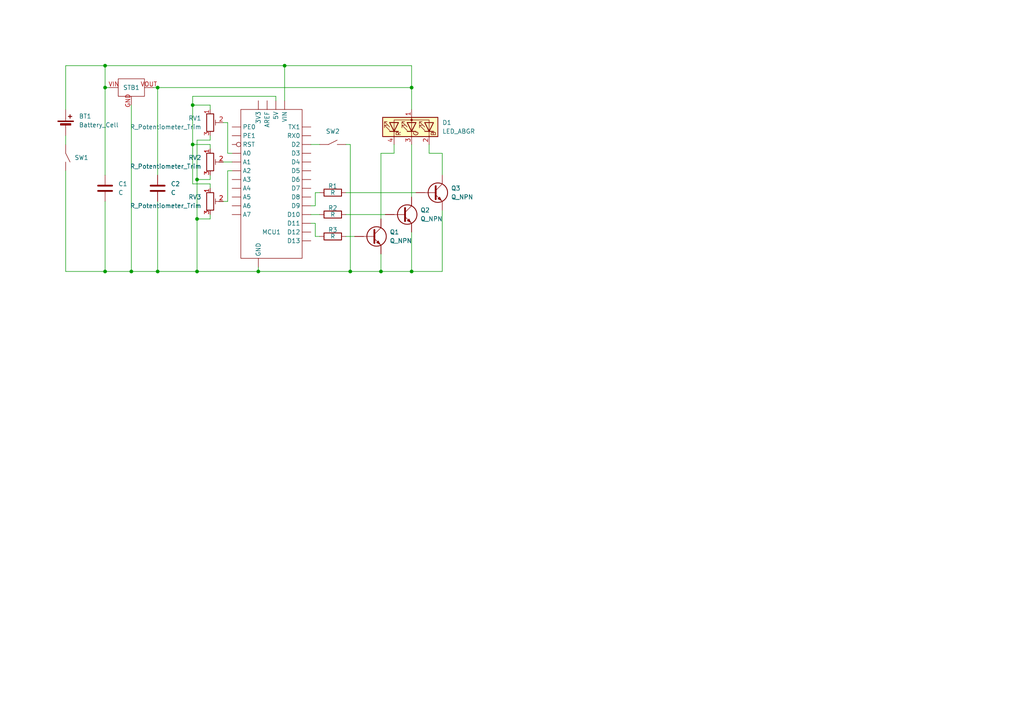
<source format=kicad_sch>
(kicad_sch (version 20250114) (generator "eeschema") (generator_version "9.0")
  (paper "A4")
  (lib_symbols
    (symbol "Device:Battery_Cell" (pin_numbers (hide yes)) (pin_names (offset 0) (hide yes))
      (property "Reference" "BT" (at 2.54 2.54 0))
      (property "Value" "Battery_Cell" (at 2.54 0 0))
      (symbol "Battery_Cell_0_1"
        (rectangle (start -2.286 1.778) (end 2.286 1.524) (fill (type outline)))
        (rectangle (start -1.524 1.016) (end 1.524 0.508) (fill (type outline)))
        (polyline (pts (xy 0 1.778) (xy 0 2.54)))
        (polyline (pts (xy 0 0.762) (xy 0 0)))
        (polyline (pts (xy 0.762 3.048) (xy 1.778 3.048)) (stroke (width 0.254)))
        (polyline (pts (xy 1.27 3.556) (xy 1.27 2.54)) (stroke (width 0.254)))
      )
      (symbol "Battery_Cell_1_1"
        (pin passive line (at 0 5.08 270) (length 2.54) (name "+") (number "1"))
        (pin passive line (at 0 -2.54 90) (length 2.54) (name "-") (number "2"))
      )
    )
    (symbol "Device:C" (pin_numbers (hide yes)) (pin_names (offset 0.254))
      (property "Reference" "C" (at 0.635 2.54 0))
      (property "Value" "C" (at 0.635 -2.54 0))
      (symbol "C_0_1"
        (polyline (pts (xy -2.032 0.762) (xy 2.032 0.762)) (stroke (width 0.508)))
        (polyline (pts (xy -2.032 -0.762) (xy 2.032 -0.762)) (stroke (width 0.508)))
      )
      (symbol "C_1_1"
        (pin passive line (at 0 3.81 270) (length 2.794) (name "~") (number "1"))
        (pin passive line (at 0 -3.81 90) (length 2.794) (name "~") (number "2"))
      )
    )
    (symbol "Device:LED_ABGR" (pin_names (offset 0) (hide yes))
      (property "Reference" "D" (at 0 9.398 0))
      (property "Value" "LED_ABGR" (at 0 -8.89 0))
      (symbol "LED_ABGR_0_0"
        (text "R" (at -1.905 3.81 0) (effects (font (size 1.27 1.27))))
        (text "G" (at -1.905 -1.27 0) (effects (font (size 1.27 1.27))))
        (text "B" (at -1.905 -6.35 0) (effects (font (size 1.27 1.27))))
      )
      (symbol "LED_ABGR_0_1"
        (polyline (pts (xy -1.27 6.35) (xy -1.27 3.81)) (stroke (width 0.254)))
        (polyline (pts (xy -1.27 6.35) (xy -1.27 3.81) (xy -1.27 3.81)))
        (polyline (pts (xy -1.27 5.08) (xy -2.54 5.08)))
        (polyline (pts (xy -1.27 5.08) (xy 1.27 5.08)))
        (polyline (pts (xy -1.27 1.27) (xy -1.27 -1.27)) (stroke (width 0.254)))
        (polyline (pts (xy -1.27 1.27) (xy -1.27 -1.27) (xy -1.27 -1.27)))
        (polyline (pts (xy -1.27 0) (xy -2.54 0)))
        (polyline (pts (xy -1.27 -3.81) (xy -1.27 -6.35)) (stroke (width 0.254)))
        (polyline (pts (xy -1.27 -5.08) (xy -2.54 -5.08)))
        (polyline (pts (xy -1.27 -5.08) (xy 1.27 -5.08)))
        (polyline (pts (xy -1.016 6.35) (xy 0.508 7.874) (xy -0.254 7.874) (xy 0.508 7.874) (xy 0.508 7.112)))
        (polyline (pts (xy -1.016 1.27) (xy 0.508 2.794) (xy -0.254 2.794) (xy 0.508 2.794) (xy 0.508 2.032)))
        (polyline (pts (xy -1.016 -3.81) (xy 0.508 -2.286) (xy -0.254 -2.286) (xy 0.508 -2.286) (xy 0.508 -3.048)))
        (polyline (pts (xy 0 6.35) (xy 1.524 7.874) (xy 0.762 7.874) (xy 1.524 7.874) (xy 1.524 7.112)))
        (polyline (pts (xy 0 1.27) (xy 1.524 2.794) (xy 0.762 2.794) (xy 1.524 2.794) (xy 1.524 2.032)))
        (polyline (pts (xy 0 -3.81) (xy 1.524 -2.286) (xy 0.762 -2.286) (xy 1.524 -2.286) (xy 1.524 -3.048)))
        (polyline (pts (xy 1.27 6.35) (xy 1.27 3.81) (xy -1.27 5.08) (xy 1.27 6.35)) (stroke (width 0.254)))
        (rectangle (start 1.27 6.35) (end 1.27 6.35))
        (rectangle (start 1.27 3.81) (end 1.27 6.35))
        (polyline (pts (xy 1.27 1.27) (xy 1.27 -1.27) (xy -1.27 0) (xy 1.27 1.27)) (stroke (width 0.254)))
        (rectangle (start 1.27 1.27) (end 1.27 1.27))
        (polyline (pts (xy 1.27 0) (xy -1.27 0)))
        (polyline (pts (xy 1.27 0) (xy 2.54 0)))
        (rectangle (start 1.27 -1.27) (end 1.27 1.27))
        (polyline (pts (xy 1.27 -3.81) (xy 1.27 -6.35) (xy -1.27 -5.08) (xy 1.27 -3.81)) (stroke (width 0.254)))
        (polyline (pts (xy 1.27 -5.08) (xy 2.032 -5.08) (xy 2.032 5.08) (xy 1.27 5.08)))
        (circle (center 2.032 0) (radius 0.254) (fill (type outline)))
        (rectangle (start 2.794 8.382) (end -2.794 -7.62) (stroke (width 0.254)) (fill (type background)))
      )
      (symbol "LED_ABGR_1_1"
        (pin passive line (at -5.08 5.08 0) (length 2.54) (name "RK") (number "4"))
        (pin passive line (at -5.08 0 0) (length 2.54) (name "GK") (number "3"))
        (pin passive line (at -5.08 -5.08 0) (length 2.54) (name "BK") (number "2"))
        (pin passive line (at 5.08 0 180) (length 2.54) (name "A") (number "1"))
      )
    )
    (symbol "Device:Q_NPN" (pin_numbers (hide yes)) (pin_names (offset 0) (hide yes))
      (property "Reference" "Q" (at 5.08 1.27 0))
      (property "Value" "Q_NPN" (at 5.08 -1.27 0))
      (symbol "Q_NPN_0_1"
        (polyline (pts (xy -2.54 0) (xy 0.635 0)))
        (polyline (pts (xy 0.635 1.905) (xy 0.635 -1.905)) (stroke (width 0.508)))
        (polyline (pts (xy 0.635 0.635) (xy 2.54 2.54)))
        (polyline (pts (xy 0.635 -0.635) (xy 2.54 -2.54)))
        (circle (center 1.27 0) (radius 2.8194) (stroke (width 0.254)))
        (polyline (pts (xy 1.27 -1.778) (xy 1.778 -1.27) (xy 2.286 -2.286) (xy 1.27 -1.778)) (fill (type outline)))
      )
      (symbol "Q_NPN_1_1"
        (pin input line (at -5.08 0 0) (length 2.54) (name "B") (number "B"))
        (pin passive line (at 2.54 5.08 270) (length 2.54) (name "C") (number "C"))
        (pin passive line (at 2.54 -5.08 90) (length 2.54) (name "E") (number "E"))
      )
    )
    (symbol "Device:R" (pin_numbers (hide yes)) (pin_names (offset 0))
      (property "Reference" "R" (at 2.032 0 90))
      (property "Value" "R" (at 0 0 90))
      (symbol "R_0_1"
        (rectangle (start -1.016 -2.54) (end 1.016 2.54) (stroke (width 0.254)))
      )
      (symbol "R_1_1"
        (pin passive line (at 0 3.81 270) (length 1.27) (name "~") (number "1"))
        (pin passive line (at 0 -3.81 90) (length 1.27) (name "~") (number "2"))
      )
    )
    (symbol "Device:R_Potentiometer_Trim" (pin_names (offset 1.016) (hide yes))
      (property "Reference" "RV" (at -4.445 0 90))
      (property "Value" "R_Potentiometer_Trim" (at -2.54 0 90))
      (symbol "R_Potentiometer_Trim_0_1"
        (rectangle (start 1.016 2.54) (end -1.016 -2.54) (stroke (width 0.254)))
        (polyline (pts (xy 1.524 0.762) (xy 1.524 -0.762)))
        (polyline (pts (xy 2.54 0) (xy 1.524 0)))
      )
      (symbol "R_Potentiometer_Trim_1_1"
        (pin passive line (at 0 3.81 270) (length 1.27) (name "1") (number "1"))
        (pin passive line (at 0 -3.81 90) (length 1.27) (name "3") (number "3"))
        (pin passive line (at 3.81 0 180) (length 1.27) (name "2") (number "2"))
      )
    )
    (symbol "StarLightSymbols:Arduino Nano V3" (pin_numbers (hide yes))
      (property "Reference" "MCU" (at 8.89 -35.56 0))
      (symbol "Arduino Nano V3_0_1"
        (rectangle (start 0 0) (end 17.78 -43.18))
      )
      (symbol "Arduino Nano V3_1_1"
        (pin passive line (at -2.54 -5.08 0) (length 2.54) (name "PE0") (number "PE0"))
        (pin passive line (at -2.54 -7.62 0) (length 2.54) (name "PE1") (number "PE1"))
        (pin input inverted (at -2.54 -10.16 0) (length 2.54) (name "RST") (number "RST"))
        (pin input line (at -2.54 -12.7 0) (length 2.54) (name "A0") (number "A0"))
        (pin input line (at -2.54 -15.24 0) (length 2.54) (name "A1") (number "A1"))
        (pin input line (at -2.54 -17.78 0) (length 2.54) (name "A2") (number "A2"))
        (pin input line (at -2.54 -20.32 0) (length 2.54) (name "A3") (number "A3"))
        (pin input line (at -2.54 -22.86 0) (length 2.54) (name "A4") (number "A4"))
        (pin input line (at -2.54 -25.4 0) (length 2.54) (name "A5") (number "A5"))
        (pin input line (at -2.54 -27.94 0) (length 2.54) (name "A6") (number "A6"))
        (pin input line (at -2.54 -30.48 0) (length 2.54) (name "A7") (number "A7"))
        (pin power_out line (at 5.08 2.54 270) (length 2.54) (name "3V3") (number "3V3"))
        (pin power_in line (at 5.08 -45.72 90) (length 2.54) (name "GND") (number "GND"))
        (pin power_in line (at 7.62 2.54 270) (length 2.54) (name "AREF") (number "AREF"))
        (pin power_out line (at 10.16 2.54 270) (length 2.54) (name "5V") (number "5V"))
        (pin power_in line (at 12.7 2.54 270) (length 2.54) (name "VIN") (number "VIN"))
        (pin bidirectional line (at 20.32 -5.08 180) (length 2.54) (name "TX1") (number "TX1"))
        (pin bidirectional line (at 20.32 -7.62 180) (length 2.54) (name "RX0") (number "RX0"))
        (pin bidirectional line (at 20.32 -10.16 180) (length 2.54) (name "D2") (number "D2"))
        (pin bidirectional line (at 20.32 -12.7 180) (length 2.54) (name "D3") (number "D3"))
        (pin bidirectional line (at 20.32 -15.24 180) (length 2.54) (name "D4") (number "D4"))
        (pin bidirectional line (at 20.32 -17.78 180) (length 2.54) (name "D5") (number "D5"))
        (pin bidirectional line (at 20.32 -20.32 180) (length 2.54) (name "D6") (number "D6"))
        (pin bidirectional line (at 20.32 -22.86 180) (length 2.54) (name "D7") (number "D7"))
        (pin bidirectional line (at 20.32 -25.4 180) (length 2.54) (name "D8") (number "D8"))
        (pin bidirectional line (at 20.32 -27.94 180) (length 2.54) (name "D9") (number "D9"))
        (pin bidirectional line (at 20.32 -30.48 180) (length 2.54) (name "D10") (number "D10"))
        (pin bidirectional line (at 20.32 -33.02 180) (length 2.54) (name "D11") (number "D11"))
        (pin bidirectional line (at 20.32 -35.56 180) (length 2.54) (name "D12") (number "D12"))
        (pin bidirectional line (at 20.32 -38.1 180) (length 2.54) (name "D13") (number "D13"))
      )
    )
    (symbol "StarLightSymbols:Button" (pin_numbers (hide yes)) (pin_names (hide yes))
      (property "Reference" "SW" (at 0 0 0))
      (symbol "Button_0_1"
        (polyline (pts (xy -1.27 0) (xy 1.27 1.27)))
      )
      (symbol "Button_1_1"
        (pin passive line (at -3.81 0 0) (length 2.54) (name "1") (number "1"))
        (pin passive line (at 3.81 0 180) (length 2.54) (name "2") (number "2"))
      )
    )
    (symbol "StarLightSymbols:Voltage stabilizer" (pin_names (hide yes))
      (property "Reference" "STB" (at 0 0 0))
      (symbol "Voltage stabilizer_0_1"
        (rectangle (start -3.81 2.54) (end 3.81 -2.54))
      )
      (symbol "Voltage stabilizer_1_1"
        (pin power_in line (at -6.35 0 0) (length 2.54) (name "VIN") (number "VIN"))
        (pin power_out line (at 0 -5.08 90) (length 2.54) (name "GND") (number "GND"))
        (pin power_out line (at 6.35 0 180) (length 2.54) (name "VOUT") (number "VOUT"))
      )
    )
  )
  (junction (at 119.38 78.74))
  (junction (at 119.38 25.4))
  (junction (at 110.49 78.74))
  (junction (at 101.6 78.74))
  (junction (at 30.48 19.05))
  (junction (at 45.72 25.4))
  (junction (at 38.1 78.74))
  (junction (at 57.15 52.07))
  (junction (at 30.48 78.74))
  (junction (at 74.93 78.74))
  (junction (at 55.88 30.48))
  (junction (at 82.55 19.05))
  (junction (at 45.72 78.74))
  (junction (at 30.48 25.4))
  (junction (at 57.15 78.74))
  (junction (at 57.15 63.5))
  (junction (at 55.88 41.91))
  (wire (pts (xy 30.48 19.05) (xy 30.48 25.4)))
  (wire (pts (xy 45.72 25.4) (xy 45.72 50.8)))
  (wire (pts (xy 57.15 52.07) (xy 57.15 63.5)))
  (wire (pts (xy 60.96 30.48) (xy 60.96 31.75)))
  (wire (pts (xy 60.96 52.07) (xy 57.15 52.07)))
  (wire (pts (xy 128.27 60.96) (xy 128.27 78.74)))
  (wire (pts (xy 60.96 52.07) (xy 60.96 50.8)))
  (wire (pts (xy 55.88 41.91) (xy 60.96 41.91)))
  (wire (pts (xy 90.17 59.69) (xy 91.44 59.69)))
  (wire (pts (xy 60.96 53.34) (xy 60.96 54.61)))
  (wire (pts (xy 110.49 44.45) (xy 110.49 63.5)))
  (wire (pts (xy 57.15 40.64) (xy 57.15 52.07)))
  (wire (pts (xy 66.04 44.45) (xy 67.31 44.45)))
  (wire (pts (xy 19.05 39.37) (xy 19.05 41.91)))
  (wire (pts (xy 60.96 39.37) (xy 60.96 40.64)))
  (wire (pts (xy 45.72 25.4) (xy 119.38 25.4)))
  (wire (pts (xy 91.44 64.77) (xy 91.44 68.58)))
  (wire (pts (xy 82.55 19.05) (xy 82.55 29.21)))
  (wire (pts (xy 100.33 55.88) (xy 120.65 55.88)))
  (wire (pts (xy 119.38 25.4) (xy 119.38 19.05)))
  (wire (pts (xy 119.38 41.91) (xy 119.38 57.15)))
  (wire (pts (xy 64.77 46.99) (xy 67.31 46.99)))
  (wire (pts (xy 90.17 64.77) (xy 91.44 64.77)))
  (wire (pts (xy 60.96 62.23) (xy 60.96 63.5)))
  (wire (pts (xy 119.38 78.74) (xy 110.49 78.74)))
  (wire (pts (xy 66.04 35.56) (xy 66.04 44.45)))
  (wire (pts (xy 19.05 78.74) (xy 19.05 49.53)))
  (wire (pts (xy 45.72 58.42) (xy 45.72 78.74)))
  (wire (pts (xy 66.04 58.42) (xy 66.04 49.53)))
  (wire (pts (xy 91.44 55.88) (xy 92.71 55.88)))
  (wire (pts (xy 19.05 19.05) (xy 30.48 19.05)))
  (wire (pts (xy 110.49 73.66) (xy 110.49 78.74)))
  (wire (pts (xy 64.77 35.56) (xy 66.04 35.56)))
  (wire (pts (xy 57.15 63.5) (xy 57.15 78.74)))
  (wire (pts (xy 19.05 19.05) (xy 19.05 31.75)))
  (wire (pts (xy 114.3 41.91) (xy 114.3 44.45)))
  (wire (pts (xy 114.3 44.45) (xy 110.49 44.45)))
  (wire (pts (xy 100.33 41.91) (xy 101.6 41.91)))
  (wire (pts (xy 128.27 44.45) (xy 128.27 50.8)))
  (wire (pts (xy 119.38 31.75) (xy 119.38 25.4)))
  (wire (pts (xy 124.46 41.91) (xy 124.46 44.45)))
  (wire (pts (xy 100.33 68.58) (xy 102.87 68.58)))
  (wire (pts (xy 60.96 41.91) (xy 60.96 43.18)))
  (wire (pts (xy 30.48 78.74) (xy 38.1 78.74)))
  (wire (pts (xy 31.75 25.4) (xy 30.48 25.4)))
  (wire (pts (xy 124.46 44.45) (xy 128.27 44.45)))
  (wire (pts (xy 80.01 29.21) (xy 80.01 27.94)))
  (wire (pts (xy 45.72 78.74) (xy 57.15 78.74)))
  (wire (pts (xy 90.17 41.91) (xy 92.71 41.91)))
  (wire (pts (xy 74.93 78.74) (xy 101.6 78.74)))
  (wire (pts (xy 19.05 78.74) (xy 30.48 78.74)))
  (wire (pts (xy 55.88 27.94) (xy 55.88 30.48)))
  (wire (pts (xy 74.93 77.47) (xy 74.93 78.74)))
  (wire (pts (xy 55.88 41.91) (xy 55.88 53.34)))
  (wire (pts (xy 30.48 19.05) (xy 82.55 19.05)))
  (wire (pts (xy 57.15 78.74) (xy 74.93 78.74)))
  (wire (pts (xy 60.96 40.64) (xy 57.15 40.64)))
  (wire (pts (xy 30.48 25.4) (xy 30.48 50.8)))
  (wire (pts (xy 38.1 30.48) (xy 38.1 78.74)))
  (wire (pts (xy 55.88 30.48) (xy 55.88 41.91)))
  (wire (pts (xy 60.96 53.34) (xy 55.88 53.34)))
  (wire (pts (xy 60.96 30.48) (xy 55.88 30.48)))
  (wire (pts (xy 82.55 19.05) (xy 119.38 19.05)))
  (wire (pts (xy 30.48 58.42) (xy 30.48 78.74)))
  (wire (pts (xy 101.6 41.91) (xy 101.6 78.74)))
  (wire (pts (xy 91.44 68.58) (xy 92.71 68.58)))
  (wire (pts (xy 91.44 59.69) (xy 91.44 55.88)))
  (wire (pts (xy 101.6 78.74) (xy 110.49 78.74)))
  (wire (pts (xy 57.15 63.5) (xy 60.96 63.5)))
  (wire (pts (xy 119.38 67.31) (xy 119.38 78.74)))
  (wire (pts (xy 38.1 78.74) (xy 45.72 78.74)))
  (wire (pts (xy 44.45 25.4) (xy 45.72 25.4)))
  (wire (pts (xy 128.27 78.74) (xy 119.38 78.74)))
  (wire (pts (xy 66.04 49.53) (xy 67.31 49.53)))
  (wire (pts (xy 90.17 62.23) (xy 92.71 62.23)))
  (wire (pts (xy 80.01 27.94) (xy 55.88 27.94)))
  (wire (pts (xy 100.33 62.23) (xy 111.76 62.23)))
  (wire (pts (xy 64.77 58.42) (xy 66.04 58.42)))
  (symbol (lib_id "Device:C") (at 30.48 54.61 0) (unit 1)
    (property "Reference" "C1" (at 34.29 53.3399 0) (effects (justify left)))
    (property "Value" "C" (at 34.29 55.8799 0) (effects (justify left)))
    (property "Description" "Unpolarized capacitor" (effects (hide yes)))
  )
  (symbol (lib_id "Device:R") (at 96.52 62.23 90) (unit 1)
    (property "Reference" "R2" (at 96.52 60.325 90))
    (property "Value" "R" (at 96.52 62.23 90))
    (property "Description" "Resistor" (effects (hide yes)))
  )
  (symbol (lib_id "StarLightSymbols:Arduino Nano V3") (at 69.85 31.75 0) (unit 1)
    (property "Reference" "MCU1" (at 78.74 67.31 0))
    (property "Value" "Arduino Nano V3" (effects (hide yes)))
  )
  (symbol (lib_id "StarLightSymbols:Button") (at 96.52 41.91 0) (unit 1)
    (property "Reference" "SW2" (at 96.52 38.1 0))
    (property "Value" "SW" (effects (hide yes)))
  )
  (symbol (lib_id "Device:R_Potentiometer_Trim") (at 60.96 35.56 0) (unit 1)
    (property "Reference" "RV1" (at 58.42 34.2899 0) (effects (justify right)))
    (property "Value" "R_Potentiometer_Trim" (at 58.42 36.8299 0) (effects (justify right)))
    (property "Description" "Trim-potentiometer" (effects (hide yes)))
  )
  (symbol (lib_id "Device:R_Potentiometer_Trim") (at 60.96 46.99 0) (unit 1)
    (property "Reference" "RV2" (at 58.42 45.7199 0) (effects (justify right)))
    (property "Value" "R_Potentiometer_Trim" (at 58.42 48.2599 0) (effects (justify right)))
    (property "Description" "Trim-potentiometer" (effects (hide yes)))
  )
  (symbol (lib_id "Device:R") (at 96.52 55.88 90) (unit 1)
    (property "Reference" "R1" (at 96.52 53.975 90))
    (property "Value" "R" (at 96.52 55.88 90))
    (property "Description" "Resistor" (effects (hide yes)))
  )
  (symbol (lib_id "Device:Q_NPN") (at 116.84 62.23 0) (unit 1)
    (property "Reference" "Q2" (at 121.92 60.9599 0) (effects (justify left)))
    (property "Value" "Q_NPN" (at 121.92 63.4999 0) (effects (justify left)))
    (property "Description" "NPN bipolar junction transistor" (effects (hide yes)))
  )
  (symbol (lib_id "Device:Q_NPN") (at 107.95 68.58 0) (unit 1)
    (property "Reference" "Q1" (at 113.03 67.3099 0) (effects (justify left)))
    (property "Value" "Q_NPN" (at 113.03 69.8499 0) (effects (justify left)))
    (property "Description" "NPN bipolar junction transistor" (effects (hide yes)))
  )
  (symbol (lib_id "Device:R_Potentiometer_Trim") (at 60.96 58.42 0) (unit 1)
    (property "Reference" "RV3" (at 58.42 57.1499 0) (effects (justify right)))
    (property "Value" "R_Potentiometer_Trim" (at 58.42 59.6899 0) (effects (justify right)))
    (property "Description" "Trim-potentiometer" (effects (hide yes)))
  )
  (symbol (lib_id "Device:Q_NPN") (at 125.73 55.88 0) (unit 1)
    (property "Reference" "Q3" (at 130.81 54.6099 0) (effects (justify left)))
    (property "Value" "Q_NPN" (at 130.81 57.1499 0) (effects (justify left)))
    (property "Description" "NPN bipolar junction transistor" (effects (hide yes)))
  )
  (symbol (lib_id "Device:R") (at 96.52 68.58 90) (unit 1)
    (property "Reference" "R3" (at 96.52 66.675 90))
    (property "Value" "R" (at 96.52 68.58 90))
    (property "Description" "Resistor" (effects (hide yes)))
  )
  (symbol (lib_id "Device:C") (at 45.72 54.61 0) (unit 1)
    (property "Reference" "C2" (at 49.53 53.34 0) (effects (justify left)))
    (property "Value" "C" (at 49.53 55.8799 0) (effects (justify left)))
    (property "Description" "Unpolarized capacitor" (effects (hide yes)))
  )
  (symbol (lib_id "Device:LED_ABGR") (at 119.38 36.83 90) (unit 1)
    (property "Reference" "D1" (at 128.27 35.5599 90) (effects (justify right)))
    (property "Value" "LED_ABGR" (at 128.27 38.0999 90) (effects (justify right)))
    (property "Description" "RGB LED, anode/blue/green/red" (effects (hide yes)))
  )
  (symbol (lib_id "StarLightSymbols:Voltage stabilizer") (at 38.1 25.4 0) (unit 1)
    (property "Reference" "STB1" (at 38.1 25.4 0))
    (property "Value" "STB" (effects (hide yes)))
  )
  (symbol (lib_id "Device:Battery_Cell") (at 19.05 36.83 0) (unit 1)
    (property "Reference" "BT1" (at 22.86 33.7184 0) (effects (justify left)))
    (property "Value" "Battery_Cell" (at 22.86 36.2584 0) (effects (justify left)))
    (property "Description" "Single-cell battery" (effects (hide yes)))
  )
  (symbol (lib_id "StarLightSymbols:Button") (at 19.05 45.72 270) (unit 1)
    (property "Reference" "SW1" (at 21.59 45.7199 90) (effects (justify left)))
    (property "Value" "SW" (effects (hide yes)))
  )
)
</source>
